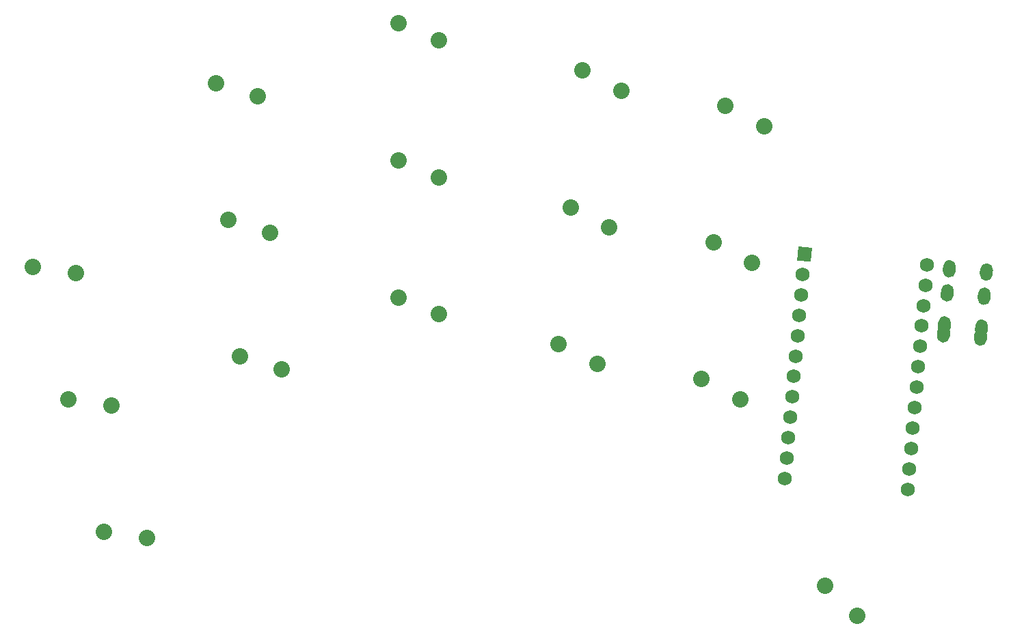
<source format=gbr>
%TF.GenerationSoftware,KiCad,Pcbnew,(5.1.9)-1*%
%TF.CreationDate,2021-07-01T17:14:58+02:00*%
%TF.ProjectId,dosidicus_gigas_alu,646f7369-6469-4637-9573-5f6769676173,VERSION_HERE*%
%TF.SameCoordinates,Original*%
%TF.FileFunction,Copper,L2,Bot*%
%TF.FilePolarity,Positive*%
%FSLAX46Y46*%
G04 Gerber Fmt 4.6, Leading zero omitted, Abs format (unit mm)*
G04 Created by KiCad (PCBNEW (5.1.9)-1) date 2021-07-01 17:14:58*
%MOMM*%
%LPD*%
G01*
G04 APERTURE LIST*
%TA.AperFunction,ComponentPad*%
%ADD10C,2.032000*%
%TD*%
%TA.AperFunction,ComponentPad*%
%ADD11C,0.100000*%
%TD*%
%TA.AperFunction,ComponentPad*%
%ADD12C,1.752600*%
%TD*%
G04 APERTURE END LIST*
D10*
%TO.P,S1,1*%
%TO.N,P1*%
X17446217Y4385313D03*
%TO.P,S1,2*%
%TO.N,GND*%
X12073068Y5119662D03*
%TD*%
%TO.P,S2,1*%
%TO.N,P3*%
X13046317Y20806113D03*
%TO.P,S2,2*%
%TO.N,GND*%
X7673168Y21540462D03*
%TD*%
%TO.P,S3,1*%
%TO.N,P4*%
X8646317Y37226813D03*
%TO.P,S3,2*%
%TO.N,GND*%
X3273168Y37961162D03*
%TD*%
%TO.P,S4,1*%
%TO.N,P5*%
X34154882Y25236119D03*
%TO.P,S4,2*%
%TO.N,GND*%
X28990881Y26892349D03*
%TD*%
%TO.P,S5,1*%
%TO.N,P6*%
X32673182Y42171419D03*
%TO.P,S5,2*%
%TO.N,GND*%
X27509181Y43827649D03*
%TD*%
%TO.P,S6,1*%
%TO.N,P7*%
X31191582Y59106719D03*
%TO.P,S6,2*%
%TO.N,GND*%
X26027581Y60762949D03*
%TD*%
%TO.P,S7,1*%
%TO.N,P8*%
X53624400Y32093400D03*
%TO.P,S7,2*%
%TO.N,GND*%
X48624400Y34193400D03*
%TD*%
%TO.P,S8,1*%
%TO.N,P9*%
X53624400Y49093400D03*
%TO.P,S8,2*%
%TO.N,GND*%
X48624400Y51193400D03*
%TD*%
%TO.P,S9,1*%
%TO.N,P16*%
X53624400Y66093400D03*
%TO.P,S9,2*%
%TO.N,GND*%
X48624400Y68193400D03*
%TD*%
%TO.P,S10,1*%
%TO.N,P14*%
X73218165Y25911761D03*
%TO.P,S10,2*%
%TO.N,GND*%
X68420219Y28439549D03*
%TD*%
%TO.P,S11,1*%
%TO.N,P15*%
X74699865Y42847061D03*
%TO.P,S11,2*%
%TO.N,GND*%
X69901919Y45374849D03*
%TD*%
%TO.P,S12,1*%
%TO.N,P18*%
X76181465Y59782461D03*
%TO.P,S12,2*%
%TO.N,GND*%
X71383519Y62310249D03*
%TD*%
%TO.P,S13,1*%
%TO.N,P19*%
X90902765Y21520461D03*
%TO.P,S13,2*%
%TO.N,GND*%
X86104819Y24048249D03*
%TD*%
%TO.P,S14,1*%
%TO.N,P20*%
X92384365Y38455761D03*
%TO.P,S14,2*%
%TO.N,GND*%
X87586419Y40983549D03*
%TD*%
%TO.P,S15,1*%
%TO.N,P21*%
X93866065Y55391061D03*
%TO.P,S15,2*%
%TO.N,GND*%
X89068119Y57918849D03*
%TD*%
%TO.P,S16,1*%
%TO.N,P10*%
X105436140Y-5271769D03*
%TO.P,S16,2*%
%TO.N,GND*%
X101455919Y-1588314D03*
%TD*%
%TA.AperFunction,ComponentPad*%
D11*
%TO.P,C1,1*%
%TO.N,RAW*%
G36*
X98088971Y40512707D02*
G01*
X99834902Y40359958D01*
X99682153Y38614027D01*
X97936222Y38766776D01*
X98088971Y40512707D01*
G37*
%TD.AperFunction*%
D12*
%TO.P,C1,2*%
%TO.N,GND*%
X98664187Y37033032D03*
%TO.P,C1,3*%
%TO.N,RST*%
X98442811Y34502698D03*
%TO.P,C1,4*%
%TO.N,VCC*%
X98221435Y31972363D03*
%TO.P,C1,5*%
%TO.N,P21*%
X98000060Y29442029D03*
%TO.P,C1,6*%
%TO.N,P20*%
X97778684Y26911694D03*
%TO.P,C1,7*%
%TO.N,P19*%
X97557309Y24381359D03*
%TO.P,C1,8*%
%TO.N,P18*%
X97335933Y21851025D03*
%TO.P,C1,9*%
%TO.N,P15*%
X97114557Y19320690D03*
%TO.P,C1,10*%
%TO.N,P14*%
X96893182Y16790356D03*
%TO.P,C1,11*%
%TO.N,P16*%
X96671806Y14260021D03*
%TO.P,C1,12*%
%TO.N,P10*%
X96450431Y11729687D03*
%TO.P,C1,13*%
%TO.N,P1*%
X114067569Y38235113D03*
%TO.P,C1,14*%
%TO.N,P0*%
X113846194Y35704779D03*
%TO.P,C1,15*%
%TO.N,GND*%
X113624818Y33174444D03*
%TO.P,C1,16*%
X113403443Y30644110D03*
%TO.P,C1,17*%
%TO.N,P2*%
X113182067Y28113775D03*
%TO.P,C1,18*%
%TO.N,P3*%
X112960691Y25583441D03*
%TO.P,C1,19*%
%TO.N,P4*%
X112739316Y23053106D03*
%TO.P,C1,20*%
%TO.N,P5*%
X112517940Y20522771D03*
%TO.P,C1,21*%
%TO.N,P6*%
X112296565Y17992437D03*
%TO.P,C1,22*%
%TO.N,P7*%
X112075189Y15462102D03*
%TO.P,C1,23*%
%TO.N,P8*%
X111853813Y12931768D03*
%TO.P,C1,24*%
%TO.N,P9*%
X111632438Y10401433D03*
%TD*%
%TO.P,REF\u002A\u002A,1*%
%TO.N,GND*%
%TA.AperFunction,ComponentPad*%
G36*
G01*
X119872037Y29037067D02*
X119924331Y29634783D01*
G75*
G02*
X120791012Y30362014I796956J-69725D01*
G01*
X120791012Y30362014D01*
G75*
G02*
X121518243Y29495333I-69725J-796956D01*
G01*
X121465949Y28897617D01*
G75*
G02*
X120599268Y28170386I-796956J69725D01*
G01*
X120599268Y28170386D01*
G75*
G02*
X119872037Y29037067I69725J796956D01*
G01*
G37*
%TD.AperFunction*%
%TO.P,REF\u002A\u002A,2*%
%TA.AperFunction,ComponentPad*%
G36*
G01*
X115385413Y30533797D02*
X115437707Y31131513D01*
G75*
G02*
X116304388Y31858744I796956J-69725D01*
G01*
X116304388Y31858744D01*
G75*
G02*
X117031619Y30992063I-69725J-796956D01*
G01*
X116979325Y30394347D01*
G75*
G02*
X116112644Y29667116I-796956J69725D01*
G01*
X116112644Y29667116D01*
G75*
G02*
X115385413Y30533797I69725J796956D01*
G01*
G37*
%TD.AperFunction*%
%TO.P,REF\u002A\u002A,3*%
%TO.N,P2*%
%TA.AperFunction,ComponentPad*%
G36*
G01*
X115734036Y34518576D02*
X115786330Y35116292D01*
G75*
G02*
X116653011Y35843523I796956J-69725D01*
G01*
X116653011Y35843523D01*
G75*
G02*
X117380242Y34976842I-69725J-796956D01*
G01*
X117327948Y34379126D01*
G75*
G02*
X116461267Y33651895I-796956J69725D01*
G01*
X116461267Y33651895D01*
G75*
G02*
X115734036Y34518576I69725J796956D01*
G01*
G37*
%TD.AperFunction*%
%TO.P,REF\u002A\u002A,4*%
%TO.N,VCC*%
%TA.AperFunction,ComponentPad*%
G36*
G01*
X115995503Y37507160D02*
X116047797Y38104876D01*
G75*
G02*
X116914478Y38832107I796956J-69725D01*
G01*
X116914478Y38832107D01*
G75*
G02*
X117641709Y37965426I-69725J-796956D01*
G01*
X117589415Y37367710D01*
G75*
G02*
X116722734Y36640479I-796956J69725D01*
G01*
X116722734Y36640479D01*
G75*
G02*
X115995503Y37507160I69725J796956D01*
G01*
G37*
%TD.AperFunction*%
%TO.P,REF\u002A\u002A,1*%
%TO.N,GND*%
%TA.AperFunction,ComponentPad*%
G36*
G01*
X115289541Y29437983D02*
X115341835Y30035699D01*
G75*
G02*
X116208516Y30762930I796956J-69725D01*
G01*
X116208516Y30762930D01*
G75*
G02*
X116935747Y29896249I-69725J-796956D01*
G01*
X116883453Y29298533D01*
G75*
G02*
X116016772Y28571302I-796956J69725D01*
G01*
X116016772Y28571302D01*
G75*
G02*
X115289541Y29437983I69725J796956D01*
G01*
G37*
%TD.AperFunction*%
%TO.P,REF\u002A\u002A,2*%
%TA.AperFunction,ComponentPad*%
G36*
G01*
X119967908Y30132881D02*
X120020202Y30730597D01*
G75*
G02*
X120886883Y31457828I796956J-69725D01*
G01*
X120886883Y31457828D01*
G75*
G02*
X121614114Y30591147I-69725J-796956D01*
G01*
X121561820Y29993431D01*
G75*
G02*
X120695139Y29266200I-796956J69725D01*
G01*
X120695139Y29266200D01*
G75*
G02*
X119967908Y30132881I69725J796956D01*
G01*
G37*
%TD.AperFunction*%
%TO.P,REF\u002A\u002A,3*%
%TO.N,P2*%
%TA.AperFunction,ComponentPad*%
G36*
G01*
X120316531Y34117660D02*
X120368825Y34715376D01*
G75*
G02*
X121235506Y35442607I796956J-69725D01*
G01*
X121235506Y35442607D01*
G75*
G02*
X121962737Y34575926I-69725J-796956D01*
G01*
X121910443Y33978210D01*
G75*
G02*
X121043762Y33250979I-796956J69725D01*
G01*
X121043762Y33250979D01*
G75*
G02*
X120316531Y34117660I69725J796956D01*
G01*
G37*
%TD.AperFunction*%
%TO.P,REF\u002A\u002A,4*%
%TO.N,VCC*%
%TA.AperFunction,ComponentPad*%
G36*
G01*
X120577999Y37106244D02*
X120630293Y37703960D01*
G75*
G02*
X121496974Y38431191I796956J-69725D01*
G01*
X121496974Y38431191D01*
G75*
G02*
X122224205Y37564510I-69725J-796956D01*
G01*
X122171911Y36966794D01*
G75*
G02*
X121305230Y36239563I-796956J69725D01*
G01*
X121305230Y36239563D01*
G75*
G02*
X120577999Y37106244I69725J796956D01*
G01*
G37*
%TD.AperFunction*%
%TD*%
M02*

</source>
